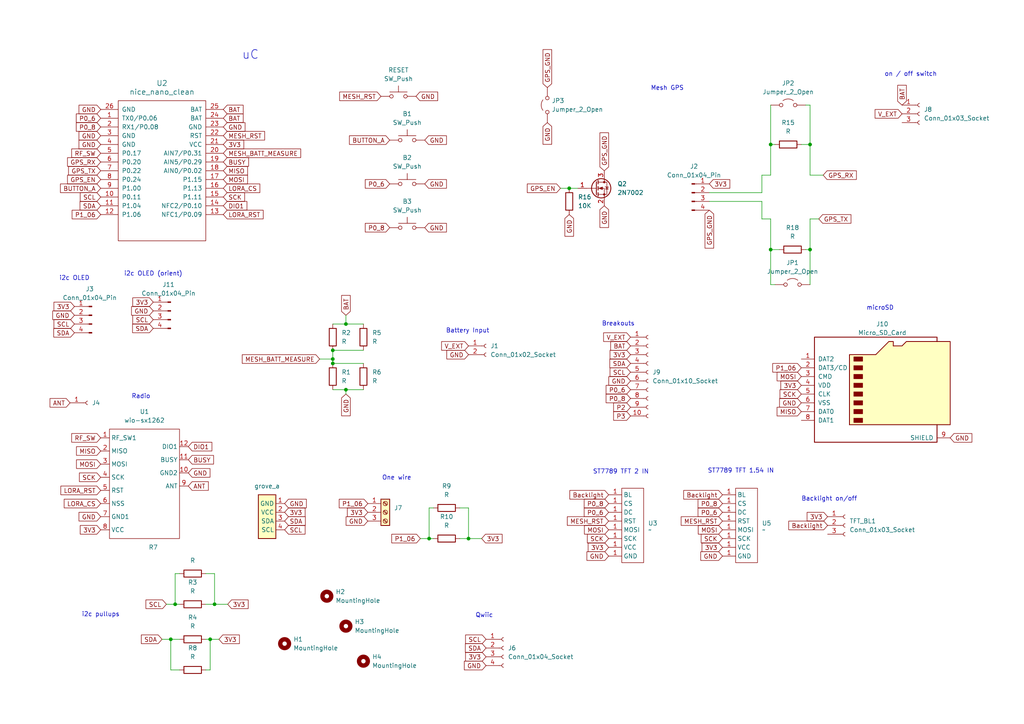
<source format=kicad_sch>
(kicad_sch (version 20231120) (generator "eeschema") (generator_version "8.0")
  (paper "A4")
  (lib_symbols
    (symbol "Connector:Conn_01x01_Socket" (pin_names (offset 1.016) hide)
      (property "Reference" "J" (at 0 2.54 0))
      (property "Value" "Conn_01x01_Socket" (at 0 -2.54 0))
      (symbol "Conn_01x01_Socket_1_1"
        (polyline (pts (xy -1.27 0) (xy -0.508 0)) (stroke (width 0.1524)))
        (arc (start 0 0.508) (mid -0.5058 0) (end 0 -0.508) (stroke (width 0.1524)))
        (pin passive line (at -5.08 0 0) (length 3.81) (name "Pin_1") (number "1"))
      )
    )
    (symbol "Connector:Conn_01x02_Socket" (pin_names (offset 1.016) hide)
      (property "Reference" "J" (at 0 2.54 0))
      (property "Value" "Conn_01x02_Socket" (at 0 -5.08 0))
      (symbol "Conn_01x02_Socket_1_1"
        (arc (start 0 -2.032) (mid -0.5058 -2.54) (end 0 -3.048) (stroke (width 0.1524)))
        (polyline (pts (xy -1.27 -2.54) (xy -0.508 -2.54)) (stroke (width 0.1524)))
        (polyline (pts (xy -1.27 0) (xy -0.508 0)) (stroke (width 0.1524)))
        (arc (start 0 0.508) (mid -0.5058 0) (end 0 -0.508) (stroke (width 0.1524)))
        (pin passive line (at -5.08 0 0) (length 3.81) (name "Pin_1") (number "1"))
        (pin passive line (at -5.08 -2.54 0) (length 3.81) (name "Pin_2") (number "2"))
      )
    )
    (symbol "Connector:Conn_01x03_Socket" (pin_names (offset 1.016) hide)
      (property "Reference" "J" (at 0 5.08 0))
      (property "Value" "Conn_01x03_Socket" (at 0 -5.08 0))
      (symbol "Conn_01x03_Socket_1_1"
        (arc (start 0 -2.032) (mid -0.5058 -2.54) (end 0 -3.048) (stroke (width 0.1524)))
        (polyline (pts (xy -1.27 -2.54) (xy -0.508 -2.54)) (stroke (width 0.1524)))
        (polyline (pts (xy -1.27 0) (xy -0.508 0)) (stroke (width 0.1524)))
        (polyline (pts (xy -1.27 2.54) (xy -0.508 2.54)) (stroke (width 0.1524)))
        (arc (start 0 0.508) (mid -0.5058 0) (end 0 -0.508) (stroke (width 0.1524)))
        (arc (start 0 3.048) (mid -0.5058 2.54) (end 0 2.032) (stroke (width 0.1524)))
        (pin passive line (at -5.08 2.54 0) (length 3.81) (name "Pin_1") (number "1"))
        (pin passive line (at -5.08 0 0) (length 3.81) (name "Pin_2") (number "2"))
        (pin passive line (at -5.08 -2.54 0) (length 3.81) (name "Pin_3") (number "3"))
      )
    )
    (symbol "Connector:Conn_01x04_Pin" (pin_names (offset 1.016) hide)
      (property "Reference" "J" (at 0 5.08 0))
      (property "Value" "Conn_01x04_Pin" (at 0 -7.62 0))
      (symbol "Conn_01x04_Pin_1_1"
        (polyline (pts (xy 1.27 -5.08) (xy 0.8636 -5.08)) (stroke (width 0.1524)))
        (polyline (pts (xy 1.27 -2.54) (xy 0.8636 -2.54)) (stroke (width 0.1524)))
        (polyline (pts (xy 1.27 0) (xy 0.8636 0)) (stroke (width 0.1524)))
        (polyline (pts (xy 1.27 2.54) (xy 0.8636 2.54)) (stroke (width 0.1524)))
        (rectangle (start 0.8636 -4.953) (end 0 -5.207) (stroke (width 0.1524)) (fill (type outline)))
        (rectangle (start 0.8636 -2.413) (end 0 -2.667) (stroke (width 0.1524)) (fill (type outline)))
        (rectangle (start 0.8636 0.127) (end 0 -0.127) (stroke (width 0.1524)) (fill (type outline)))
        (rectangle (start 0.8636 2.667) (end 0 2.413) (stroke (width 0.1524)) (fill (type outline)))
        (pin passive line (at 5.08 2.54 180) (length 3.81) (name "Pin_1") (number "1"))
        (pin passive line (at 5.08 0 180) (length 3.81) (name "Pin_2") (number "2"))
        (pin passive line (at 5.08 -2.54 180) (length 3.81) (name "Pin_3") (number "3"))
        (pin passive line (at 5.08 -5.08 180) (length 3.81) (name "Pin_4") (number "4"))
      )
    )
    (symbol "Connector:Conn_01x04_Socket" (pin_names (offset 1.016) hide)
      (property "Reference" "J" (at 0 5.08 0))
      (property "Value" "Conn_01x04_Socket" (at 0 -7.62 0))
      (symbol "Conn_01x04_Socket_1_1"
        (arc (start 0 -4.572) (mid -0.5058 -5.08) (end 0 -5.588) (stroke (width 0.1524)))
        (arc (start 0 -2.032) (mid -0.5058 -2.54) (end 0 -3.048) (stroke (width 0.1524)))
        (polyline (pts (xy -1.27 -5.08) (xy -0.508 -5.08)) (stroke (width 0.1524)))
        (polyline (pts (xy -1.27 -2.54) (xy -0.508 -2.54)) (stroke (width 0.1524)))
        (polyline (pts (xy -1.27 0) (xy -0.508 0)) (stroke (width 0.1524)))
        (polyline (pts (xy -1.27 2.54) (xy -0.508 2.54)) (stroke (width 0.1524)))
        (arc (start 0 0.508) (mid -0.5058 0) (end 0 -0.508) (stroke (width 0.1524)))
        (arc (start 0 3.048) (mid -0.5058 2.54) (end 0 2.032) (stroke (width 0.1524)))
        (pin passive line (at -5.08 2.54 0) (length 3.81) (name "Pin_1") (number "1"))
        (pin passive line (at -5.08 0 0) (length 3.81) (name "Pin_2") (number "2"))
        (pin passive line (at -5.08 -2.54 0) (length 3.81) (name "Pin_3") (number "3"))
        (pin passive line (at -5.08 -5.08 0) (length 3.81) (name "Pin_4") (number "4"))
      )
    )
    (symbol "Connector:Conn_01x10_Socket" (pin_names (offset 1.016) hide)
      (property "Reference" "J" (at 0 12.7 0))
      (property "Value" "Conn_01x10_Socket" (at 0 -15.24 0))
      (symbol "Conn_01x10_Socket_1_1"
        (arc (start 0 -12.192) (mid -0.5058 -12.7) (end 0 -13.208) (stroke (width 0.1524)))
        (arc (start 0 -9.652) (mid -0.5058 -10.16) (end 0 -10.668) (stroke (width 0.1524)))
        (arc (start 0 -7.112) (mid -0.5058 -7.62) (end 0 -8.128) (stroke (width 0.1524)))
        (arc (start 0 -4.572) (mid -0.5058 -5.08) (end 0 -5.588) (stroke (width 0.1524)))
        (arc (start 0 -2.032) (mid -0.5058 -2.54) (end 0 -3.048) (stroke (width 0.1524)))
        (polyline (pts (xy -1.27 -12.7) (xy -0.508 -12.7)) (stroke (width 0.1524)))
        (polyline (pts (xy -1.27 -10.16) (xy -0.508 -10.16)) (stroke (width 0.1524)))
        (polyline (pts (xy -1.27 -7.62) (xy -0.508 -7.62)) (stroke (width 0.1524)))
        (polyline (pts (xy -1.27 -5.08) (xy -0.508 -5.08)) (stroke (width 0.1524)))
        (polyline (pts (xy -1.27 -2.54) (xy -0.508 -2.54)) (stroke (width 0.1524)))
        (polyline (pts (xy -1.27 0) (xy -0.508 0)) (stroke (width 0.1524)))
        (polyline (pts (xy -1.27 2.54) (xy -0.508 2.54)) (stroke (width 0.1524)))
        (polyline (pts (xy -1.27 5.08) (xy -0.508 5.08)) (stroke (width 0.1524)))
        (polyline (pts (xy -1.27 7.62) (xy -0.508 7.62)) (stroke (width 0.1524)))
        (polyline (pts (xy -1.27 10.16) (xy -0.508 10.16)) (stroke (width 0.1524)))
        (arc (start 0 0.508) (mid -0.5058 0) (end 0 -0.508) (stroke (width 0.1524)))
        (arc (start 0 3.048) (mid -0.5058 2.54) (end 0 2.032) (stroke (width 0.1524)))
        (arc (start 0 5.588) (mid -0.5058 5.08) (end 0 4.572) (stroke (width 0.1524)))
        (arc (start 0 8.128) (mid -0.5058 7.62) (end 0 7.112) (stroke (width 0.1524)))
        (arc (start 0 10.668) (mid -0.5058 10.16) (end 0 9.652) (stroke (width 0.1524)))
        (pin passive line (at -5.08 10.16 0) (length 3.81) (name "Pin_1") (number "1"))
        (pin passive line (at -5.08 -12.7 0) (length 3.81) (name "Pin_10") (number "10"))
        (pin passive line (at -5.08 7.62 0) (length 3.81) (name "Pin_2") (number "2"))
        (pin passive line (at -5.08 5.08 0) (length 3.81) (name "Pin_3") (number "3"))
        (pin passive line (at -5.08 2.54 0) (length 3.81) (name "Pin_4") (number "4"))
        (pin passive line (at -5.08 0 0) (length 3.81) (name "Pin_5") (number "5"))
        (pin passive line (at -5.08 -2.54 0) (length 3.81) (name "Pin_6") (number "6"))
        (pin passive line (at -5.08 -5.08 0) (length 3.81) (name "Pin_7") (number "7"))
        (pin passive line (at -5.08 -7.62 0) (length 3.81) (name "Pin_8") (number "8"))
        (pin passive line (at -5.08 -10.16 0) (length 3.81) (name "Pin_9") (number "9"))
      )
    )
    (symbol "Connector:Micro_SD_Card" (pin_names (offset 1.016))
      (property "Reference" "J" (at -16.51 15.24 0))
      (property "Value" "Micro_SD_Card" (at 16.51 15.24 0))
      (symbol "Micro_SD_Card_0_1"
        (rectangle (start -7.62 -9.525) (end -5.08 -10.795) (fill (type outline)))
        (rectangle (start -7.62 -6.985) (end -5.08 -8.255) (fill (type outline)))
        (rectangle (start -7.62 -4.445) (end -5.08 -5.715) (fill (type outline)))
        (rectangle (start -7.62 -1.905) (end -5.08 -3.175) (fill (type outline)))
        (rectangle (start -7.62 0.635) (end -5.08 -0.635) (fill (type outline)))
        (rectangle (start -7.62 3.175) (end -5.08 1.905) (fill (type outline)))
        (rectangle (start -7.62 5.715) (end -5.08 4.445) (fill (type outline)))
        (rectangle (start -7.62 8.255) (end -5.08 6.985) (fill (type outline)))
        (polyline (pts (xy 16.51 12.7) (xy 16.51 13.97) (xy -19.05 13.97) (xy -19.05 -16.51) (xy 16.51 -16.51) (xy 16.51 -11.43)) (stroke (width 0.254)))
        (polyline (pts (xy -8.89 -11.43) (xy -8.89 8.89) (xy -1.27 8.89) (xy 2.54 12.7) (xy 3.81 12.7) (xy 3.81 11.43) (xy 6.35 11.43) (xy 7.62 12.7) (xy 20.32 12.7) (xy 20.32 -11.43) (xy -8.89 -11.43)) (stroke (width 0.254)) (fill (type background)))
      )
      (symbol "Micro_SD_Card_1_1"
        (pin bidirectional line (at -22.86 7.62 0) (length 3.81) (name "DAT2") (number "1"))
        (pin bidirectional line (at -22.86 5.08 0) (length 3.81) (name "DAT3/CD") (number "2"))
        (pin input line (at -22.86 2.54 0) (length 3.81) (name "CMD") (number "3"))
        (pin power_in line (at -22.86 0 0) (length 3.81) (name "VDD") (number "4"))
        (pin input line (at -22.86 -2.54 0) (length 3.81) (name "CLK") (number "5"))
        (pin power_in line (at -22.86 -5.08 0) (length 3.81) (name "VSS") (number "6"))
        (pin bidirectional line (at -22.86 -7.62 0) (length 3.81) (name "DAT0") (number "7"))
        (pin bidirectional line (at -22.86 -10.16 0) (length 3.81) (name "DAT1") (number "8"))
        (pin passive line (at 20.32 -15.24 180) (length 3.81) (name "SHIELD") (number "9"))
      )
    )
    (symbol "Connector:Screw_Terminal_01x03" (pin_names (offset 1.016) hide)
      (property "Reference" "J" (at 0 5.08 0))
      (property "Value" "Screw_Terminal_01x03" (at 0 -5.08 0))
      (symbol "Screw_Terminal_01x03_1_1"
        (rectangle (start -1.27 3.81) (end 1.27 -3.81) (stroke (width 0.254)) (fill (type background)))
        (circle (center 0 -2.54) (radius 0.635) (stroke (width 0.1524)))
        (polyline (pts (xy -0.5334 -2.2098) (xy 0.3302 -3.048)) (stroke (width 0.1524)))
        (polyline (pts (xy -0.5334 0.3302) (xy 0.3302 -0.508)) (stroke (width 0.1524)))
        (polyline (pts (xy -0.5334 2.8702) (xy 0.3302 2.032)) (stroke (width 0.1524)))
        (polyline (pts (xy -0.3556 -2.032) (xy 0.508 -2.8702)) (stroke (width 0.1524)))
        (polyline (pts (xy -0.3556 0.508) (xy 0.508 -0.3302)) (stroke (width 0.1524)))
        (polyline (pts (xy -0.3556 3.048) (xy 0.508 2.2098)) (stroke (width 0.1524)))
        (circle (center 0 0) (radius 0.635) (stroke (width 0.1524)))
        (circle (center 0 2.54) (radius 0.635) (stroke (width 0.1524)))
        (pin passive line (at -5.08 2.54 0) (length 3.81) (name "Pin_1") (number "1"))
        (pin passive line (at -5.08 0 0) (length 3.81) (name "Pin_2") (number "2"))
        (pin passive line (at -5.08 -2.54 0) (length 3.81) (name "Pin_3") (number "3"))
      )
    )
    (symbol "Device:R" (pin_numbers hide) (pin_names (offset 0))
      (property "Reference" "R" (at 2.032 0 90))
      (property "Value" "R" (at 0 0 90))
      (symbol "R_0_1"
        (rectangle (start -1.016 -2.54) (end 1.016 2.54) (stroke (width 0.254)))
      )
      (symbol "R_1_1"
        (pin passive line (at 0 3.81 270) (length 1.27) (name "~") (number "1"))
        (pin passive line (at 0 -3.81 90) (length 1.27) (name "~") (number "2"))
      )
    )
    (symbol "Jumper:Jumper_2_Open" (pin_numbers hide) (pin_names (offset 0) hide) (exclude_from_sim yes)
      (property "Reference" "JP" (at 0 2.794 0))
      (property "Value" "Jumper_2_Open" (at 0 -2.286 0))
      (symbol "Jumper_2_Open_0_0"
        (circle (center -2.032 0) (radius 0.508))
        (circle (center 2.032 0) (radius 0.508))
      )
      (symbol "Jumper_2_Open_0_1"
        (arc (start 1.524 1.27) (mid 0 1.778) (end -1.524 1.27))
      )
      (symbol "Jumper_2_Open_1_1"
        (pin passive line (at -5.08 0 0) (length 2.54) (name "A") (number "1"))
        (pin passive line (at 5.08 0 180) (length 2.54) (name "B") (number "2"))
      )
    )
    (symbol "Mechanical:MountingHole" (pin_names (offset 1.016)) (exclude_from_sim yes) (in_bom no)
      (property "Reference" "H" (at 0 5.08 0))
      (property "Value" "MountingHole" (at 0 3.175 0))
      (symbol "MountingHole_0_1"
        (circle (center 0 0) (radius 1.27) (stroke (width 1.27)))
      )
    )
    (symbol "Switch:SW_Push" (pin_numbers hide) (pin_names (offset 1.016) hide)
      (property "Reference" "SW" (at 1.27 2.54 0))
      (property "Value" "SW_Push" (at 0 -1.524 0))
      (symbol "SW_Push_0_1"
        (circle (center -2.032 0) (radius 0.508))
        (polyline (pts (xy 0 1.27) (xy 0 3.048)))
        (polyline (pts (xy 2.54 1.27) (xy -2.54 1.27)))
        (circle (center 2.032 0) (radius 0.508))
        (pin passive line (at -5.08 0 0) (length 2.54) (name "1") (number "1"))
        (pin passive line (at 5.08 0 180) (length 2.54) (name "2") (number "2"))
      )
    )
    (symbol "Transistor_FET:2N7002" (pin_names hide)
      (property "Reference" "Q" (at 5.08 1.905 0))
      (property "Value" "2N7002" (at 5.08 0 0))
      (symbol "2N7002_0_1"
        (polyline (pts (xy 0.254 0) (xy -2.54 0)))
        (polyline (pts (xy 0.254 1.905) (xy 0.254 -1.905)) (stroke (width 0.254)))
        (polyline (pts (xy 0.762 -1.27) (xy 0.762 -2.286)) (stroke (width 0.254)))
        (polyline (pts (xy 0.762 0.508) (xy 0.762 -0.508)) (stroke (width 0.254)))
        (polyline (pts (xy 0.762 2.286) (xy 0.762 1.27)) (stroke (width 0.254)))
        (polyline (pts (xy 2.54 2.54) (xy 2.54 1.778)))
        (polyline (pts (xy 2.54 -2.54) (xy 2.54 0) (xy 0.762 0)))
        (polyline (pts (xy 0.762 -1.778) (xy 3.302 -1.778) (xy 3.302 1.778) (xy 0.762 1.778)))
        (polyline (pts (xy 1.016 0) (xy 2.032 0.381) (xy 2.032 -0.381) (xy 1.016 0)) (fill (type outline)))
        (polyline (pts (xy 2.794 0.508) (xy 2.921 0.381) (xy 3.683 0.381) (xy 3.81 0.254)))
        (polyline (pts (xy 3.302 0.381) (xy 2.921 -0.254) (xy 3.683 -0.254) (xy 3.302 0.381)))
        (circle (center 1.651 0) (radius 2.794) (stroke (width 0.254)))
        (circle (center 2.54 -1.778) (radius 0.254) (fill (type outline)))
        (circle (center 2.54 1.778) (radius 0.254) (fill (type outline)))
      )
      (symbol "2N7002_1_1"
        (pin input line (at -5.08 0 0) (length 2.54) (name "G") (number "1"))
        (pin passive line (at 2.54 -5.08 90) (length 2.54) (name "S") (number "2"))
        (pin passive line (at 2.54 5.08 270) (length 2.54) (name "D") (number "3"))
      )
    )
    (symbol "lucc:grove_a"
      (property "Reference" "U" (at -10.16 10.16 0))
      (property "Value" "grove_a" (at -4.064 11.43 0))
      (symbol "grove_a_0_1"
        (rectangle (start -2.54 7.62) (end 2.54 -5.08) (stroke (width 0.254)) (fill (type background)))
      )
      (symbol "grove_a_1_1"
        (pin bidirectional line (at 5.08 5.08 180) (length 2.54) (name "GND") (number "1"))
        (pin output line (at 5.08 2.54 180) (length 2.54) (name "VCC") (number "2"))
        (pin input line (at 5.08 0 180) (length 2.54) (name "SDA") (number "3"))
        (pin bidirectional line (at 5.08 -2.54 180) (length 2.54) (name "SCL") (number "4"))
      )
    )
    (symbol "lucc:st7789"
      (property "Reference" "U" (at 0 8.636 0))
      (symbol "st7789_0_1"
        (rectangle (start -3.81 5.715) (end 2.54 -15.875))
      )
      (symbol "st7789_1_1"
        (pin input line (at -7.62 3.81 0) (length 3.81) (name "BL") (number "1"))
        (pin input line (at -7.62 1.27 0) (length 3.81) (name "CS") (number "1"))
        (pin input line (at -7.62 -1.27 0) (length 3.81) (name "DC") (number "1"))
        (pin input line (at -7.62 -13.97 0) (length 3.81) (name "GND") (number "1"))
        (pin input line (at -7.62 -6.35 0) (length 3.81) (name "MOSI") (number "1"))
        (pin input line (at -7.62 -3.81 0) (length 3.81) (name "RST") (number "1"))
        (pin input line (at -7.62 -8.89 0) (length 3.81) (name "SCK") (number "1"))
        (pin input line (at -7.62 -11.43 0) (length 3.81) (name "VCC") (number "1"))
      )
    )
    (symbol "nice_nano:nice_nano_clean" (pin_names (offset 1.016))
      (property "Reference" "U" (at 0 0 0))
      (property "Value" "nice_nano_clean" (at 0 2.54 0))
      (symbol "nice_nano_clean_0_1"
        (rectangle (start -12.7 -21.59) (end 12.7 19.05))
      )
      (symbol "nice_nano_clean_1_1"
        (pin input line (at -17.78 13.97 0) (length 5.08) (name "TX0/P0.06") (number "1"))
        (pin input line (at -17.78 -8.89 0) (length 5.08) (name "P0.11") (number "10"))
        (pin input line (at -17.78 -11.43 0) (length 5.08) (name "P1.04") (number "11"))
        (pin input line (at -17.78 -13.97 0) (length 5.08) (name "P1.06") (number "12"))
        (pin input line (at 17.78 -13.97 180) (length 5.08) (name "NFC1/P0.09") (number "13"))
        (pin input line (at 17.78 -11.43 180) (length 5.08) (name "NFC2/P0.10") (number "14"))
        (pin input line (at 17.78 -8.89 180) (length 5.08) (name "P1.11") (number "15"))
        (pin input line (at 17.78 -6.35 180) (length 5.08) (name "P1.13") (number "16"))
        (pin input line (at 17.78 -3.81 180) (length 5.08) (name "P1.15") (number "17"))
        (pin input line (at 17.78 -1.27 180) (length 5.08) (name "AIN0/P0.02") (number "18"))
        (pin input line (at 17.78 1.27 180) (length 5.08) (name "AIN5/P0.29") (number "19"))
        (pin input line (at -17.78 11.43 0) (length 5.08) (name "RX1/P0.08") (number "2"))
        (pin input line (at 17.78 3.81 180) (length 5.08) (name "AIN7/P0.31") (number "20"))
        (pin input line (at 17.78 6.35 180) (length 5.08) (name "VCC") (number "21"))
        (pin input line (at 17.78 8.89 180) (length 5.08) (name "RST") (number "22"))
        (pin input line (at 17.78 11.43 180) (length 5.08) (name "GND") (number "23"))
        (pin input line (at 17.78 13.97 180) (length 5.08) (name "BAT") (number "24"))
        (pin input line (at 17.78 16.51 180) (length 5.08) (name "BAT") (number "25"))
        (pin input line (at -17.78 16.51 0) (length 5.08) (name "GND") (number "26"))
        (pin input line (at -17.78 8.89 0) (length 5.08) (name "GND") (number "3"))
        (pin input line (at -17.78 6.35 0) (length 5.08) (name "GND") (number "4"))
        (pin input line (at -17.78 3.81 0) (length 5.08) (name "P0.17") (number "5"))
        (pin input line (at -17.78 1.27 0) (length 5.08) (name "P0.20") (number "6"))
        (pin input line (at -17.78 -1.27 0) (length 5.08) (name "P0.22") (number "7"))
        (pin input line (at -17.78 -3.81 0) (length 5.08) (name "P0.24") (number "8"))
        (pin input line (at -17.78 -6.35 0) (length 5.08) (name "P1.00") (number "9"))
      )
    )
    (symbol "sweet-p:wio-sx1262"
      (property "Reference" "U" (at -1.27 13.97 0))
      (property "Value" "wio-sx1262" (at -1.27 11.43 0))
      (symbol "wio-sx1262_0_1"
        (rectangle (start -6.35 8.89) (end 13.97 -22.86))
      )
      (symbol "wio-sx1262_1_1"
        (pin input line (at -8.89 6.35 0) (length 2.54) (name "RF_SW1") (number "1"))
        (pin input line (at 16.51 -3.81 180) (length 2.54) (name "GND2") (number "10"))
        (pin input line (at 16.51 0 180) (length 2.54) (name "BUSY") (number "11"))
        (pin input line (at 16.51 3.81 180) (length 2.54) (name "DIO1") (number "12"))
        (pin input line (at -8.89 2.54 0) (length 2.54) (name "MISO") (number "2"))
        (pin input line (at -8.89 -1.27 0) (length 2.54) (name "MOSI") (number "3"))
        (pin input line (at -8.89 -5.08 0) (length 2.54) (name "SCK") (number "4"))
        (pin input line (at -8.89 -8.89 0) (length 2.54) (name "RST") (number "5"))
        (pin input line (at -8.89 -12.7 0) (length 2.54) (name "NSS") (number "6"))
        (pin input line (at -8.89 -16.51 0) (length 2.54) (name "GND1") (number "7"))
        (pin input line (at -8.89 -20.32 0) (length 2.54) (name "VCC") (number "8"))
        (pin input line (at 16.51 -7.62 180) (length 2.54) (name "ANT") (number "9"))
      )
    )
  )
  (junction (at 49.53 185.42))
  (junction (at 60.96 185.42))
  (junction (at 124.46 156.21))
  (junction (at 50.8 175.26))
  (junction (at 100.33 93.98))
  (junction (at 62.23 175.26))
  (junction (at 223.52 72.39))
  (junction (at 165.1 54.61))
  (junction (at 135.89 156.21))
  (junction (at 96.52 105.41))
  (junction (at 234.95 41.91))
  (junction (at 223.52 41.91))
  (junction (at 234.95 72.39))
  (junction (at 100.33 113.03))
  (junction (at 96.52 101.6))
  (junction (at 96.52 104.14))
  (wire (pts (xy 59.69 175.26) (xy 62.23 175.26)))
  (wire (pts (xy 224.79 41.91) (xy 223.52 41.91)))
  (wire (pts (xy 121.92 156.21) (xy 124.46 156.21)))
  (wire (pts (xy 100.33 91.44) (xy 100.33 93.98)))
  (wire (pts (xy 46.99 185.42) (xy 49.53 185.42)))
  (wire (pts (xy 165.1 54.61) (xy 167.64 54.61)))
  (wire (pts (xy 96.52 105.41) (xy 105.41 105.41)))
  (wire (pts (xy 220.98 63.5) (xy 223.52 63.5)))
  (wire (pts (xy 96.52 104.14) (xy 96.52 105.41)))
  (wire (pts (xy 49.53 194.31) (xy 52.07 194.31)))
  (wire (pts (xy 234.95 63.5) (xy 237.49 63.5)))
  (wire (pts (xy 220.98 50.8) (xy 223.52 50.8)))
  (wire (pts (xy 234.95 72.39) (xy 234.95 82.55)))
  (wire (pts (xy 220.98 58.42) (xy 220.98 63.5)))
  (wire (pts (xy 223.52 72.39) (xy 226.06 72.39)))
  (wire (pts (xy 59.69 194.31) (xy 60.96 194.31)))
  (wire (pts (xy 223.52 72.39) (xy 223.52 82.55)))
  (wire (pts (xy 223.52 30.48) (xy 223.52 41.91)))
  (wire (pts (xy 49.53 185.42) (xy 49.53 194.31)))
  (wire (pts (xy 223.52 41.91) (xy 223.52 50.8)))
  (wire (pts (xy 92.71 104.14) (xy 96.52 104.14)))
  (wire (pts (xy 50.8 175.26) (xy 52.07 175.26)))
  (wire (pts (xy 48.26 175.26) (xy 50.8 175.26)))
  (wire (pts (xy 59.69 166.37) (xy 62.23 166.37)))
  (wire (pts (xy 232.41 41.91) (xy 234.95 41.91)))
  (wire (pts (xy 223.52 63.5) (xy 223.52 72.39)))
  (wire (pts (xy 62.23 175.26) (xy 66.04 175.26)))
  (wire (pts (xy 162.56 54.61) (xy 165.1 54.61)))
  (wire (pts (xy 124.46 147.32) (xy 124.46 156.21)))
  (wire (pts (xy 62.23 166.37) (xy 62.23 175.26)))
  (wire (pts (xy 124.46 156.21) (xy 125.73 156.21)))
  (wire (pts (xy 234.95 50.8) (xy 238.76 50.8)))
  (wire (pts (xy 60.96 194.31) (xy 60.96 185.42)))
  (wire (pts (xy 60.96 185.42) (xy 63.5 185.42)))
  (wire (pts (xy 234.95 72.39) (xy 234.95 63.5)))
  (wire (pts (xy 234.95 41.91) (xy 234.95 50.8)))
  (wire (pts (xy 50.8 166.37) (xy 50.8 175.26)))
  (wire (pts (xy 133.35 156.21) (xy 135.89 156.21)))
  (wire (pts (xy 59.69 185.42) (xy 60.96 185.42)))
  (wire (pts (xy 234.95 41.91) (xy 234.95 30.48)))
  (wire (pts (xy 234.95 30.48) (xy 233.68 30.48)))
  (wire (pts (xy 96.52 93.98) (xy 100.33 93.98)))
  (wire (pts (xy 205.74 55.88) (xy 220.98 55.88)))
  (wire (pts (xy 100.33 93.98) (xy 105.41 93.98)))
  (wire (pts (xy 100.33 113.03) (xy 105.41 113.03)))
  (wire (pts (xy 133.35 147.32) (xy 135.89 147.32)))
  (wire (pts (xy 100.33 113.03) (xy 100.33 114.3)))
  (wire (pts (xy 220.98 55.88) (xy 220.98 50.8)))
  (wire (pts (xy 125.73 147.32) (xy 124.46 147.32)))
  (wire (pts (xy 96.52 101.6) (xy 96.52 104.14)))
  (wire (pts (xy 52.07 166.37) (xy 50.8 166.37)))
  (wire (pts (xy 49.53 185.42) (xy 52.07 185.42)))
  (wire (pts (xy 233.68 72.39) (xy 234.95 72.39)))
  (wire (pts (xy 96.52 101.6) (xy 105.41 101.6)))
  (wire (pts (xy 96.52 113.03) (xy 100.33 113.03)))
  (wire (pts (xy 223.52 82.55) (xy 224.79 82.55)))
  (wire (pts (xy 135.89 156.21) (xy 139.7 156.21)))
  (wire (pts (xy 135.89 147.32) (xy 135.89 156.21)))
  (wire (pts (xy 205.74 58.42) (xy 220.98 58.42)))
  (text "microSD" (at 255.27 89.408 0) (effects (font (size 1.27 1.27))))
  (text "Mesh GPS" (at 193.548 25.654 0) (effects (font (size 1.27 1.27))))
  (text "ST7789 TFT 1.54 IN" (at 214.884 136.652 0) (effects (font (size 1.27 1.27))))
  (text "Backlight on/off" (at 240.538 144.78 0) (effects (font (size 1.27 1.27))))
  (text "uC" (at 72.644 16.002 0) (effects (font (size 2.54 2.54))))
  (text "ST7789 TFT 2 IN" (at 180.086 136.906 0) (effects (font (size 1.27 1.27))))
  (text "on / off switch" (at 264.16 21.59 0) (effects (font (size 1.27 1.27))))
  (text "One wire" (at 115.062 138.684 0) (effects (font (size 1.27 1.27))))
  (text "Breakouts" (at 179.324 93.98 0) (effects (font (size 1.27 1.27))))
  (text "i2c pullups" (at 29.21 178.308 0) (effects (font (size 1.27 1.27))))
  (text "i2c OLED" (at 21.59 80.772 0) (effects (font (size 1.27 1.27))))
  (text "Radio" (at 40.894 115.062 0) (effects (font (size 1.27 1.27))))
  (text "i2c OLED (orient)" (at 44.45 79.502 0) (effects (font (size 1.27 1.27))))
  (text "Battery Input" (at 135.636 96.012 0) (effects (font (size 1.27 1.27))))
  (text "Qwiic" (at 140.462 178.562 0) (effects (font (size 1.27 1.27))))
  (global_label "GND" (shape input) (at 123.19 40.64 0) (property "Intersheetrefs" "${INTERSHEET_REFS}" (effects (hide yes))))
  (global_label "GPS_RX" (shape input) (at 29.21 46.99 180) (property "Intersheetrefs" "${INTERSHEET_REFS}" (effects (hide yes))))
  (global_label "GND" (shape input) (at 82.55 146.05 0) (property "Intersheetrefs" "${INTERSHEET_REFS}" (effects (hide yes))))
  (global_label "SDA" (shape input) (at 21.59 96.52 180) (property "Intersheetrefs" "${INTERSHEET_REFS}" (effects (hide yes))))
  (global_label "GND" (shape input) (at 135.89 102.87 180) (property "Intersheetrefs" "${INTERSHEET_REFS}" (effects (hide yes))))
  (global_label "P1_06" (shape input) (at 29.21 62.23 180) (property "Intersheetrefs" "${INTERSHEET_REFS}" (effects (hide yes))))
  (global_label "GND" (shape input) (at 29.21 39.37 180) (property "Intersheetrefs" "${INTERSHEET_REFS}" (effects (hide yes))))
  (global_label "GND" (shape input) (at 165.1 62.23 270) (property "Intersheetrefs" "${INTERSHEET_REFS}" (effects (hide yes))))
  (global_label "MESH_RST" (shape input) (at 110.49 27.94 180) (property "Intersheetrefs" "${INTERSHEET_REFS}" (effects (hide yes))))
  (global_label "BAT" (shape input) (at 261.62 30.48 90) (property "Intersheetrefs" "${INTERSHEET_REFS}" (effects (hide yes))))
  (global_label "P0_8" (shape input) (at 182.88 115.57 180) (property "Intersheetrefs" "${INTERSHEET_REFS}" (effects (hide yes))))
  (global_label "3V3" (shape input) (at 209.55 158.75 180) (property "Intersheetrefs" "${INTERSHEET_REFS}" (effects (hide yes))))
  (global_label "GND" (shape input) (at 120.65 27.94 0) (property "Intersheetrefs" "${INTERSHEET_REFS}" (effects (hide yes))))
  (global_label "ANT" (shape input) (at 20.32 116.84 180) (property "Intersheetrefs" "${INTERSHEET_REFS}" (effects (hide yes))))
  (global_label "GPS_GND" (shape input) (at 175.26 49.53 90) (property "Intersheetrefs" "${INTERSHEET_REFS}" (effects (hide yes))))
  (global_label "P0_6" (shape input) (at 182.88 113.03 180) (property "Intersheetrefs" "${INTERSHEET_REFS}" (effects (hide yes))))
  (global_label "GND" (shape input) (at 182.88 110.49 180) (property "Intersheetrefs" "${INTERSHEET_REFS}" (effects (hide yes))))
  (global_label "SDA" (shape input) (at 44.45 95.25 180) (property "Intersheetrefs" "${INTERSHEET_REFS}" (effects (hide yes))))
  (global_label "MESH_RST" (shape input) (at 209.55 151.13 180) (property "Intersheetrefs" "${INTERSHEET_REFS}" (effects (hide yes))))
  (global_label "BUSY" (shape input) (at 64.77 46.99 0) (property "Intersheetrefs" "${INTERSHEET_REFS}" (effects (hide yes))))
  (global_label "GPS_RX" (shape input) (at 238.76 50.8 0) (property "Intersheetrefs" "${INTERSHEET_REFS}" (effects (hide yes))))
  (global_label "GPS_TX" (shape input) (at 237.49 63.5 0) (property "Intersheetrefs" "${INTERSHEET_REFS}" (effects (hide yes))))
  (global_label "P0_6" (shape input) (at 176.53 148.59 180) (property "Intersheetrefs" "${INTERSHEET_REFS}" (effects (hide yes))))
  (global_label "RF_SW" (shape input) (at 29.21 127 180) (property "Intersheetrefs" "${INTERSHEET_REFS}" (effects (hide yes))))
  (global_label "GND" (shape input) (at 106.68 151.13 180) (property "Intersheetrefs" "${INTERSHEET_REFS}" (effects (hide yes))))
  (global_label "P1_06" (shape input) (at 121.92 156.21 180) (property "Intersheetrefs" "${INTERSHEET_REFS}" (effects (hide yes))))
  (global_label "GND" (shape input) (at 232.41 116.84 180) (property "Intersheetrefs" "${INTERSHEET_REFS}" (effects (hide yes))))
  (global_label "BUSY" (shape input) (at 54.61 133.35 0) (property "Intersheetrefs" "${INTERSHEET_REFS}" (effects (hide yes))))
  (global_label "SCK" (shape input) (at 176.53 156.21 180) (property "Intersheetrefs" "${INTERSHEET_REFS}" (effects (hide yes))))
  (global_label "SCL" (shape input) (at 21.59 93.98 180) (property "Intersheetrefs" "${INTERSHEET_REFS}" (effects (hide yes))))
  (global_label "GND" (shape input) (at 29.21 41.91 180) (property "Intersheetrefs" "${INTERSHEET_REFS}" (effects (hide yes))))
  (global_label "MISO" (shape input) (at 232.41 119.38 180) (property "Intersheetrefs" "${INTERSHEET_REFS}" (effects (hide yes))))
  (global_label "3V3" (shape input) (at 205.74 53.34 0) (property "Intersheetrefs" "${INTERSHEET_REFS}" (effects (hide yes))))
  (global_label "RF_SW" (shape input) (at 29.21 44.45 180) (property "Intersheetrefs" "${INTERSHEET_REFS}" (effects (hide yes))))
  (global_label "ANT" (shape input) (at 54.61 140.97 0) (property "Intersheetrefs" "${INTERSHEET_REFS}" (effects (hide yes))))
  (global_label "GND" (shape input) (at 209.55 161.29 180) (property "Intersheetrefs" "${INTERSHEET_REFS}" (effects (hide yes))))
  (global_label "LORA_RST" (shape input) (at 29.21 142.24 180) (property "Intersheetrefs" "${INTERSHEET_REFS}" (effects (hide yes))))
  (global_label "GND" (shape input) (at 64.77 36.83 0) (property "Intersheetrefs" "${INTERSHEET_REFS}" (effects (hide yes))))
  (global_label "3V3" (shape input) (at 29.21 153.67 180) (property "Intersheetrefs" "${INTERSHEET_REFS}" (effects (hide yes))))
  (global_label "SDA" (shape input) (at 29.21 59.69 180) (property "Intersheetrefs" "${INTERSHEET_REFS}" (effects (hide yes))))
  (global_label "3V3" (shape input) (at 21.59 88.9 180) (property "Intersheetrefs" "${INTERSHEET_REFS}" (effects (hide yes))))
  (global_label "BAT" (shape input) (at 64.77 34.29 0) (property "Intersheetrefs" "${INTERSHEET_REFS}" (effects (hide yes))))
  (global_label "3V3" (shape input) (at 140.97 190.5 180) (property "Intersheetrefs" "${INTERSHEET_REFS}" (effects (hide yes))))
  (global_label "P0_8" (shape input) (at 113.03 66.04 180) (property "Intersheetrefs" "${INTERSHEET_REFS}" (effects (hide yes))))
  (global_label "3V3" (shape input) (at 176.53 158.75 180) (property "Intersheetrefs" "${INTERSHEET_REFS}" (effects (hide yes))))
  (global_label "3V3" (shape input) (at 240.03 149.86 180) (property "Intersheetrefs" "${INTERSHEET_REFS}" (effects (hide yes))))
  (global_label "SCL" (shape input) (at 82.55 153.67 0) (property "Intersheetrefs" "${INTERSHEET_REFS}" (effects (hide yes))))
  (global_label "SCL" (shape input) (at 140.97 185.42 180) (property "Intersheetrefs" "${INTERSHEET_REFS}" (effects (hide yes))))
  (global_label "GND" (shape input) (at 29.21 149.86 180) (property "Intersheetrefs" "${INTERSHEET_REFS}" (effects (hide yes))))
  (global_label "P0_8" (shape input) (at 29.21 36.83 180) (property "Intersheetrefs" "${INTERSHEET_REFS}" (effects (hide yes))))
  (global_label "MOSI" (shape input) (at 29.21 134.62 180) (property "Intersheetrefs" "${INTERSHEET_REFS}" (effects (hide yes))))
  (global_label "GND" (shape input) (at 44.45 90.17 180) (property "Intersheetrefs" "${INTERSHEET_REFS}" (effects (hide yes))))
  (global_label "MESH_RST" (shape input) (at 64.77 39.37 0) (property "Intersheetrefs" "${INTERSHEET_REFS}" (effects (hide yes))))
  (global_label "SCL" (shape input) (at 182.88 107.95 180) (property "Intersheetrefs" "${INTERSHEET_REFS}" (effects (hide yes))))
  (global_label "MOSI" (shape input) (at 64.77 52.07 0) (property "Intersheetrefs" "${INTERSHEET_REFS}" (effects (hide yes))))
  (global_label "SDA" (shape input) (at 182.88 105.41 180) (property "Intersheetrefs" "${INTERSHEET_REFS}" (effects (hide yes))))
  (global_label "LORA_CS" (shape input) (at 64.77 54.61 0) (property "Intersheetrefs" "${INTERSHEET_REFS}" (effects (hide yes))))
  (global_label "SDA" (shape input) (at 82.55 151.13 0) (property "Intersheetrefs" "${INTERSHEET_REFS}" (effects (hide yes))))
  (global_label "GND" (shape input) (at 275.59 127 0) (property "Intersheetrefs" "${INTERSHEET_REFS}" (effects (hide yes))))
  (global_label "GND" (shape input) (at 21.59 91.44 180) (property "Intersheetrefs" "${INTERSHEET_REFS}" (effects (hide yes))))
  (global_label "GND" (shape input) (at 123.19 66.04 0) (property "Intersheetrefs" "${INTERSHEET_REFS}" (effects (hide yes))))
  (global_label "V_EXT" (shape input) (at 261.62 33.02 180) (property "Intersheetrefs" "${INTERSHEET_REFS}" (effects (hide yes))))
  (global_label "P3" (shape input) (at 182.88 120.65 180) (property "Intersheetrefs" "${INTERSHEET_REFS}" (effects (hide yes))))
  (global_label "SCK" (shape input) (at 64.77 57.15 0) (property "Intersheetrefs" "${INTERSHEET_REFS}" (effects (hide yes))))
  (global_label "3V3" (shape input) (at 139.7 156.21 0) (property "Intersheetrefs" "${INTERSHEET_REFS}" (effects (hide yes))))
  (global_label "P1_06" (shape input) (at 232.41 106.68 180) (property "Intersheetrefs" "${INTERSHEET_REFS}" (effects (hide yes))))
  (global_label "GND" (shape input) (at 175.26 59.69 270) (property "Intersheetrefs" "${INTERSHEET_REFS}" (effects (hide yes))))
  (global_label "GND" (shape input) (at 140.97 193.04 180) (property "Intersheetrefs" "${INTERSHEET_REFS}" (effects (hide yes))))
  (global_label "GND" (shape input) (at 158.75 35.56 270) (property "Intersheetrefs" "${INTERSHEET_REFS}" (effects (hide yes))))
  (global_label "V_EXT" (shape input) (at 182.88 97.79 180) (property "Intersheetrefs" "${INTERSHEET_REFS}" (effects (hide yes))))
  (global_label "MESH_BATT_MEASURE" (shape input) (at 92.71 104.14 180) (property "Intersheetrefs" "${INTERSHEET_REFS}" (effects (hide yes))))
  (global_label "GPS_GND" (shape input) (at 205.74 60.96 270) (property "Intersheetrefs" "${INTERSHEET_REFS}" (effects (hide yes))))
  (global_label "SDA" (shape input) (at 140.97 187.96 180) (property "Intersheetrefs" "${INTERSHEET_REFS}" (effects (hide yes))))
  (global_label "BAT" (shape input) (at 64.77 31.75 0) (property "Intersheetrefs" "${INTERSHEET_REFS}" (effects (hide yes))))
  (global_label "LORA_CS" (shape input) (at 29.21 146.05 180) (property "Intersheetrefs" "${INTERSHEET_REFS}" (effects (hide yes))))
  (global_label "MOSI" (shape input) (at 209.55 153.67 180) (property "Intersheetrefs" "${INTERSHEET_REFS}" (effects (hide yes))))
  (global_label "GND" (shape input) (at 100.33 114.3 270) (property "Intersheetrefs" "${INTERSHEET_REFS}" (effects (hide yes))))
  (global_label "GND" (shape input) (at 54.61 137.16 0) (property "Intersheetrefs" "${INTERSHEET_REFS}" (effects (hide yes))))
  (global_label "3V3" (shape input) (at 63.5 185.42 0) (property "Intersheetrefs" "${INTERSHEET_REFS}" (effects (hide yes))))
  (global_label "MOSI" (shape input) (at 176.53 153.67 180) (property "Intersheetrefs" "${INTERSHEET_REFS}" (effects (hide yes))))
  (global_label "P2" (shape input) (at 182.88 118.11 180) (property "Intersheetrefs" "${INTERSHEET_REFS}" (effects (hide yes))))
  (global_label "DIO1" (shape input) (at 64.77 59.69 0) (property "Intersheetrefs" "${INTERSHEET_REFS}" (effects (hide yes))))
  (global_label "GND" (shape input) (at 123.19 53.34 0) (property "Intersheetrefs" "${INTERSHEET_REFS}" (effects (hide yes))))
  (global_label "GPS_TX" (shape input) (at 29.21 49.53 180) (property "Intersheetrefs" "${INTERSHEET_REFS}" (effects (hide yes))))
  (global_label "MESH_BATT_MEASURE" (shape input) (at 64.77 44.45 0) (property "Intersheetrefs" "${INTERSHEET_REFS}" (effects (hide yes))))
  (global_label "MISO" (shape input) (at 64.77 49.53 0) (property "Intersheetrefs" "${INTERSHEET_REFS}" (effects (hide yes))))
  (global_label "SCK" (shape input) (at 209.55 156.21 180) (property "Intersheetrefs" "${INTERSHEET_REFS}" (effects (hide yes))))
  (global_label "Backlight" (shape input) (at 240.03 152.4 180) (property "Intersheetrefs" "${INTERSHEET_REFS}" (effects (hide yes))))
  (global_label "3V3" (shape input) (at 64.77 41.91 0) (property "Intersheetrefs" "${INTERSHEET_REFS}" (effects (hide yes))))
  (global_label "MOSI" (shape input) (at 232.41 109.22 180) (property "Intersheetrefs" "${INTERSHEET_REFS}" (effects (hide yes))))
  (global_label "P0_8" (shape input) (at 176.53 146.05 180) (property "Intersheetrefs" "${INTERSHEET_REFS}" (effects (hide yes))))
  (global_label "SDA" (shape input) (at 46.99 185.42 180) (property "Intersheetrefs" "${INTERSHEET_REFS}" (effects (hide yes))))
  (global_label "SCK" (shape input) (at 29.21 138.43 180) (property "Intersheetrefs" "${INTERSHEET_REFS}" (effects (hide yes))))
  (global_label "P0_6" (shape input) (at 29.21 34.29 180) (property "Intersheetrefs" "${INTERSHEET_REFS}" (effects (hide yes))))
  (global_label "BUTTON_A" (shape input) (at 29.21 54.61 180) (property "Intersheetrefs" "${INTERSHEET_REFS}" (effects (hide yes))))
  (global_label "GPS_GND" (shape input) (at 158.75 25.4 90) (property "Intersheetrefs" "${INTERSHEET_REFS}" (effects (hide yes))))
  (global_label "SCL" (shape input) (at 48.26 175.26 180) (property "Intersheetrefs" "${INTERSHEET_REFS}" (effects (hide yes))))
  (global_label "3V3" (shape input) (at 182.88 102.87 180) (property "Intersheetrefs" "${INTERSHEET_REFS}" (effects (hide yes))))
  (global_label "3V3" (shape input) (at 44.45 87.63 180) (property "Intersheetrefs" "${INTERSHEET_REFS}" (effects (hide yes))))
  (global_label "P0_6" (shape input) (at 113.03 53.34 180) (property "Intersheetrefs" "${INTERSHEET_REFS}" (effects (hide yes))))
  (global_label "MISO" (shape input) (at 29.21 130.81 180) (property "Intersheetrefs" "${INTERSHEET_REFS}" (effects (hide yes))))
  (global_label "SCL" (shape input) (at 29.21 57.15 180) (property "Intersheetrefs" "${INTERSHEET_REFS}" (effects (hide yes))))
  (global_label "Backlight" (shape input) (at 176.53 143.51 180) (property "Intersheetrefs" "${INTERSHEET_REFS}" (effects (hide yes))))
  (global_label "GND" (shape input) (at 29.21 31.75 180) (property "Intersheetrefs" "${INTERSHEET_REFS}" (effects (hide yes))))
  (global_label "3V3" (shape input) (at 66.04 175.26 0) (property "Intersheetrefs" "${INTERSHEET_REFS}" (effects (hide yes))))
  (global_label "LORA_RST" (shape input) (at 64.77 62.23 0) (property "Intersheetrefs" "${INTERSHEET_REFS}" (effects (hide yes))))
  (global_label "V_EXT" (shape input) (at 135.89 100.33 180) (property "Intersheetrefs" "${INTERSHEET_REFS}" (effects (hide yes))))
  (global_label "P0_8" (shape input) (at 209.55 146.05 180) (property "Intersheetrefs" "${INTERSHEET_REFS}" (effects (hide yes))))
  (global_label "3V3" (shape input) (at 82.55 148.59 0) (property "Intersheetrefs" "${INTERSHEET_REFS}" (effects (hide yes))))
  (global_label "GPS_EN" (shape input) (at 29.21 52.07 180) (property "Intersheetrefs" "${INTERSHEET_REFS}" (effects (hide yes))))
  (global_label "P0_6" (shape input) (at 209.55 148.59 180) (property "Intersheetrefs" "${INTERSHEET_REFS}" (effects (hide yes))))
  (global_label "Backlight" (shape input) (at 209.55 143.51 180) (property "Intersheetrefs" "${INTERSHEET_REFS}" (effects (hide yes))))
  (global_label "GND" (shape input) (at 176.53 161.29 180) (property "Intersheetrefs" "${INTERSHEET_REFS}" (effects (hide yes))))
  (global_label "3V3" (shape input) (at 232.41 111.76 180) (property "Intersheetrefs" "${INTERSHEET_REFS}" (effects (hide yes))))
  (global_label "P1_06" (shape input) (at 106.68 146.05 180) (property "Intersheetrefs" "${INTERSHEET_REFS}" (effects (hide yes))))
  (global_label "SCK" (shape input) (at 232.41 114.3 180) (property "Intersheetrefs" "${INTERSHEET_REFS}" (effects (hide yes))))
  (global_label "GPS_EN" (shape input) (at 162.56 54.61 180) (property "Intersheetrefs" "${INTERSHEET_REFS}" (effects (hide yes))))
  (global_label "BAT" (shape input) (at 100.33 91.44 90) (property "Intersheetrefs" "${INTERSHEET_REFS}" (effects (hide yes))))
  (global_label "DIO1" (shape input) (at 54.61 129.54 0) (property "Intersheetrefs" "${INTERSHEET_REFS}" (effects (hide yes))))
  (global_label "MESH_RST" (shape input) (at 176.53 151.13 180) (property "Intersheetrefs" "${INTERSHEET_REFS}" (effects (hide yes))))
  (global_label "SCL" (shape input) (at 44.45 92.71 180) (property "Intersheetrefs" "${INTERSHEET_REFS}" (effects (hide yes))))
  (global_label "BAT" (shape input) (at 182.88 100.33 180) (property "Intersheetrefs" "${INTERSHEET_REFS}" (effects (hide yes))))
  (global_label "3V3" (shape input) (at 106.68 148.59 180) (property "Intersheetrefs" "${INTERSHEET_REFS}" (effects (hide yes))))
  (global_label "BUTTON_A" (shape input) (at 113.03 40.64 180) (property "Intersheetrefs" "${INTERSHEET_REFS}" (effects (hide yes))))
  (symbol (lib_id "Device:R") (at 55.88 194.31 90) (unit 1)
    (property "Reference" "R8" (at 55.88 187.96 90))
    (property "Value" "R" (at 55.88 190.5 90))
    (property "Footprint" "Resistor_SMD:R_0805_2012Metric_Pad1.20x1.40mm_HandSolder" (effects (hide yes)))
    (property "Description" "Resistor" (effects (hide yes)))
  )
  (symbol (lib_id "Connector:Conn_01x03_Socket") (at 266.7 33.02 0) (unit 1)
    (property "Reference" "J8" (at 267.97 31.7499 0) (effects (justify left)))
    (property "Value" "Conn_01x03_Socket" (at 267.97 34.2899 0) (effects (justify left)))
    (property "Footprint" "footprints:usual_switch" (effects (hide yes)))
    (property "Description" "Generic connector, single row, 01x03, script generated" (effects (hide yes)))
  )
  (symbol (lib_id "Device:R") (at 105.41 109.22 0) (unit 1)
    (property "Reference" "R6" (at 107.95 107.9499 0) (effects (justify left)))
    (property "Value" "R" (at 107.95 110.4899 0) (effects (justify left)))
    (property "Footprint" "Resistor_SMD:R_0805_2012Metric_Pad1.20x1.40mm_HandSolder" (effects (hide yes)))
    (property "Description" "Resistor" (effects (hide yes)))
  )
  (symbol (lib_id "Connector:Conn_01x04_Socket") (at 146.05 187.96 0) (unit 1)
    (property "Reference" "J6" (at 147.32 187.9599 0) (effects (justify left)))
    (property "Value" "Conn_01x04_Socket" (at 147.32 190.4999 0) (effects (justify left)))
    (property "Footprint" "footprints:JST_SH4_SKINNY" (effects (hide yes)))
    (property "Description" "Generic connector, single row, 01x04, script generated" (effects (hide yes)))
  )
  (symbol (lib_id "Device:R") (at 55.88 185.42 90) (unit 1)
    (property "Reference" "R4" (at 55.88 179.07 90))
    (property "Value" "R" (at 55.88 181.61 90))
    (property "Footprint" "Resistor_THT:R_Axial_DIN0204_L3.6mm_D1.6mm_P5.08mm_Horizontal" (effects (hide yes)))
    (property "Description" "Resistor" (effects (hide yes)))
  )
  (symbol (lib_id "lucc:st7789") (at 184.15 147.32 0) (unit 1)
    (property "Reference" "U3" (at 187.96 151.7649 0) (effects (justify left)))
    (property "Value" "~" (at 187.96 153.67 0) (effects (justify left)))
    (property "Footprint" "footprints:st7789_tft_2in_320x240" (effects (hide yes)))
  )
  (symbol (lib_id "Connector:Screw_Terminal_01x03") (at 111.76 148.59 0) (unit 1)
    (property "Reference" "J7" (at 114.3 147.3199 0) (effects (justify left)))
    (property "Value" "Screw_Terminal_01x03" (effects (hide yes)))
    (property "Footprint" "TerminalBlock_Phoenix:TerminalBlock_Phoenix_MKDS-1,5-3-5.08_1x03_P5.08mm_Horizontal" (effects (hide yes)))
    (property "Description" "Generic screw terminal, single row, 01x03, script generated (kicad-library-utils/schlib/autogen/connector/)" (effects (hide yes)))
  )
  (symbol (lib_id "Device:R") (at 228.6 41.91 90) (unit 1)
    (property "Reference" "R15" (at 228.6 35.56 90))
    (property "Value" "R" (at 228.6 38.1 90))
    (property "Footprint" "Resistor_SMD:R_0805_2012Metric_Pad1.20x1.40mm_HandSolder" (effects (hide yes)))
    (property "Description" "Resistor" (effects (hide yes)))
  )
  (symbol (lib_id "Connector:Conn_01x02_Socket") (at 140.97 100.33 0) (unit 1)
    (property "Reference" "J1" (at 142.24 100.3299 0) (effects (justify left)))
    (property "Value" "Conn_01x02_Socket" (at 142.24 102.8699 0) (effects (justify left)))
    (property "Footprint" "Connector_JST:JST_PH_B2B-PH-K_1x02_P2.00mm_Vertical" (effects (hide yes)))
    (property "Description" "Generic connector, single row, 01x02, script generated" (effects (hide yes)))
  )
  (symbol (lib_id "Connector:Micro_SD_Card") (at 255.27 111.76 0) (unit 1)
    (property "Reference" "J10" (at 255.905 93.98 0))
    (property "Value" "Micro_SD_Card" (at 255.905 96.52 0))
    (property "Footprint" "footprints:DM3D-SF_outline" (effects (hide yes)))
    (property "Datasheet" "https://www.we-online.com/components/products/datasheet/693072010801.pdf" (effects (hide yes)))
    (property "Description" "Micro SD Card Socket" (effects (hide yes)))
  )
  (symbol (lib_id "nice_nano:nice_nano_clean") (at 46.99 48.26 0) (unit 1)
    (property "Reference" "U2" (at 46.99 24.13 0) (effects (font (size 1.524 1.524))))
    (property "Value" "nice_nano_clean" (at 46.99 26.67 0) (effects (font (size 1.524 1.524))))
    (property "Footprint" "footprints:nice_nano_cleanest" (effects (hide yes)))
  )
  (symbol (lib_id "Device:R") (at 55.88 175.26 90) (unit 1)
    (property "Reference" "R3" (at 55.88 168.91 90))
    (property "Value" "R" (at 55.88 171.45 90))
    (property "Footprint" "Resistor_THT:R_Axial_DIN0204_L3.6mm_D1.6mm_P5.08mm_Horizontal" (effects (hide yes)))
    (property "Description" "Resistor" (effects (hide yes)))
  )
  (symbol (lib_id "Device:R") (at 165.1 58.42 180) (unit 1)
    (property "Reference" "R16" (at 167.64 57.1499 0) (effects (justify right)))
    (property "Value" "10K" (at 167.64 59.6899 0) (effects (justify right)))
    (property "Footprint" "Resistor_SMD:R_0805_2012Metric_Pad1.20x1.40mm_HandSolder" (effects (hide yes)))
    (property "Description" "Resistor" (effects (hide yes)))
  )
  (symbol (lib_id "Jumper:Jumper_2_Open") (at 228.6 30.48 0) (unit 1) (exclude_from_sim yes)
    (property "Reference" "JP2" (at 228.6 24.13 0))
    (property "Value" "Jumper_2_Open" (at 228.6 26.67 0))
    (property "Footprint" "Jumper:SolderJumper-2_P1.3mm_Open_Pad1.0x1.5mm" (effects (hide yes)))
    (property "Description" "Jumper, 2-pole, open" (effects (hide yes)))
  )
  (symbol (lib_id "Connector:Conn_01x04_Pin") (at 26.67 91.44 0) (mirror y) (unit 1)
    (property "Reference" "J3" (at 26.035 83.82 0))
    (property "Value" "Conn_01x04_Pin" (at 26.035 86.36 0))
    (property "Footprint" "footprints:ssd1306_a" (effects (hide yes)))
    (property "Description" "Generic connector, single row, 01x04, script generated" (effects (hide yes)))
  )
  (symbol (lib_id "Mechanical:MountingHole") (at 94.7969 172.9201 0) (unit 1) (exclude_from_sim yes) (in_bom no)
    (property "Reference" "H2" (at 97.3369 171.65 0) (effects (justify left)))
    (property "Value" "MountingHole" (at 97.3369 174.19 0) (effects (justify left)))
    (property "Footprint" "MountingHole:MountingHole_3.2mm_M3" (effects (hide yes)))
    (property "Description" "Mounting Hole without connection" (effects (hide yes)))
  )
  (symbol (lib_id "Device:R") (at 129.54 156.21 90) (unit 1)
    (property "Reference" "R10" (at 129.54 149.86 90))
    (property "Value" "R" (at 129.54 152.4 90))
    (property "Footprint" "Resistor_THT:R_Axial_DIN0204_L3.6mm_D1.6mm_P5.08mm_Horizontal" (effects (hide yes)))
    (property "Description" "Resistor" (effects (hide yes)))
  )
  (symbol (lib_id "Transistor_FET:2N7002") (at 172.72 54.61 0) (unit 1)
    (property "Reference" "Q2" (at 179.07 53.3399 0) (effects (justify left)))
    (property "Value" "2N7002" (at 179.07 55.8799 0) (effects (justify left)))
    (property "Footprint" "Package_TO_SOT_SMD:SOT-23" (effects (hide yes)))
    (property "Datasheet" "https://www.onsemi.com/pub/Collateral/NDS7002A-D.PDF" (effects (hide yes)))
    (property "Description" "0.115A Id, 60V Vds, N-Channel MOSFET, SOT-23" (effects (hide yes)))
  )
  (symbol (lib_id "Connector:Conn_01x10_Socket") (at 187.96 107.95 0) (unit 1)
    (property "Reference" "J9" (at 189.23 107.9499 0) (effects (justify left)))
    (property "Value" "Conn_01x10_Socket" (at 189.23 110.4899 0) (effects (justify left)))
    (property "Footprint" "Connector_PinSocket_2.54mm:PinSocket_1x10_P2.54mm_Vertical" (effects (hide yes)))
    (property "Description" "Generic connector, single row, 01x10, script generated" (effects (hide yes)))
  )
  (symbol (lib_id "lucc:st7789") (at 217.17 147.32 0) (unit 1)
    (property "Reference" "U5" (at 220.98 151.7649 0) (effects (justify left)))
    (property "Value" "~" (at 220.98 153.67 0) (effects (justify left)))
    (property "Footprint" "footprints:st7789_154in_240x240" (effects (hide yes)))
  )
  (symbol (lib_id "Jumper:Jumper_2_Open") (at 229.87 82.55 0) (unit 1) (exclude_from_sim yes)
    (property "Reference" "JP1" (at 229.87 76.2 0))
    (property "Value" "Jumper_2_Open" (at 229.87 78.74 0))
    (property "Footprint" "Jumper:SolderJumper-2_P1.3mm_Open_Pad1.0x1.5mm" (effects (hide yes)))
    (property "Description" "Jumper, 2-pole, open" (effects (hide yes)))
  )
  (symbol (lib_id "Device:R") (at 96.52 97.79 0) (unit 1)
    (property "Reference" "R2" (at 99.06 96.5199 0) (effects (justify left)))
    (property "Value" "R" (at 99.06 99.0599 0) (effects (justify left)))
    (property "Footprint" "Resistor_THT:R_Axial_DIN0204_L3.6mm_D1.6mm_P5.08mm_Horizontal" (effects (hide yes)))
    (property "Description" "Resistor" (effects (hide yes)))
  )
  (symbol (lib_id "Device:R") (at 229.87 72.39 90) (unit 1)
    (property "Reference" "R18" (at 229.87 66.04 90))
    (property "Value" "R" (at 229.87 68.58 90))
    (property "Footprint" "Resistor_SMD:R_0805_2012Metric_Pad1.20x1.40mm_HandSolder" (effects (hide yes)))
    (property "Description" "Resistor" (effects (hide yes)))
  )
  (symbol (lib_id "lucc:grove_a") (at 77.47 151.13 0) (unit 1)
    (property "Reference" "U4" (effects (hide yes)))
    (property "Value" "grove_a" (at 77.47 140.97 0))
    (property "Footprint" "footprints:grove_a" (effects (hide yes)))
    (property "Datasheet" "https://ww1.microchip.com/downloads/en/DeviceDoc/20005533A.pdf" (effects (hide yes)))
    (property "Description" "CAN FD Transceiver with Silent Mode, up to 8 Mbps, TDFN-8" (effects (hide yes)))
  )
  (symbol (lib_id "Mechanical:MountingHole") (at 100.33 181.61 0) (unit 1) (exclude_from_sim yes) (in_bom no)
    (property "Reference" "H3" (at 102.87 180.3399 0) (effects (justify left)))
    (property "Value" "MountingHole" (at 102.87 182.8799 0) (effects (justify left)))
    (property "Footprint" "MountingHole:MountingHole_3.2mm_M3" (effects (hide yes)))
    (property "Description" "Mounting Hole without connection" (effects (hide yes)))
  )
  (symbol (lib_id "Connector:Conn_01x04_Pin") (at 200.66 55.88 0) (unit 1)
    (property "Reference" "J2" (at 201.295 48.26 0))
    (property "Value" "Conn_01x04_Pin" (at 201.295 50.8 0))
    (property "Footprint" "footprints:gps_ublox_blue" (effects (hide yes)))
    (property "Description" "Generic connector, single row, 01x04, script generated" (effects (hide yes)))
  )
  (symbol (lib_id "Connector:Conn_01x04_Pin") (at 49.53 90.17 0) (mirror y) (unit 1)
    (property "Reference" "J11" (at 48.895 82.55 0))
    (property "Value" "Conn_01x04_Pin" (at 48.895 85.09 0))
    (property "Footprint" "footprints:ssd1306_a" (effects (hide yes)))
    (property "Description" "Generic connector, single row, 01x04, script generated" (effects (hide yes)))
  )
  (symbol (lib_id "Switch:SW_Push") (at 118.11 53.34 0) (unit 1)
    (property "Reference" "B2" (at 118.11 45.72 0))
    (property "Value" "SW_Push" (at 118.11 48.26 0))
    (property "Footprint" "Button_Switch_THT:SW_Tactile_SPST_Angled_PTS645Vx31-2LFS" (effects (hide yes)))
    (property "Description" "Push button switch, generic, two pins" (effects (hide yes)))
  )
  (symbol (lib_id "Switch:SW_Push") (at 118.11 66.04 0) (unit 1)
    (property "Reference" "B3" (at 118.11 58.42 0))
    (property "Value" "SW_Push" (at 118.11 60.96 0))
    (property "Footprint" "Button_Switch_THT:SW_Tactile_SPST_Angled_PTS645Vx31-2LFS" (effects (hide yes)))
    (property "Description" "Push button switch, generic, two pins" (effects (hide yes)))
  )
  (symbol (lib_id "Mechanical:MountingHole") (at 82.55 186.69 0) (unit 1) (exclude_from_sim yes) (in_bom no)
    (property "Reference" "H1" (at 85.09 185.4199 0) (effects (justify left)))
    (property "Value" "MountingHole" (at 85.09 187.9599 0) (effects (justify left)))
    (property "Footprint" "MountingHole:MountingHole_3.2mm_M3" (effects (hide yes)))
    (property "Description" "Mounting Hole without connection" (effects (hide yes)))
  )
  (symbol (lib_id "Device:R") (at 105.41 97.79 0) (unit 1)
    (property "Reference" "R5" (at 107.95 96.5199 0) (effects (justify left)))
    (property "Value" "R" (at 107.95 99.0599 0) (effects (justify left)))
    (property "Footprint" "Resistor_SMD:R_0805_2012Metric_Pad1.20x1.40mm_HandSolder" (effects (hide yes)))
    (property "Description" "Resistor" (effects (hide yes)))
  )
  (symbol (lib_id "Switch:SW_Push") (at 115.57 27.94 0) (unit 1)
    (property "Reference" "RESET" (at 115.57 20.32 0))
    (property "Value" "SW_Push" (at 115.57 22.86 0))
    (property "Footprint" "Button_Switch_THT:SW_Tactile_SPST_Angled_PTS645Vx31-2LFS" (effects (hide yes)))
    (property "Description" "Push button switch, generic, two pins" (effects (hide yes)))
  )
  (symbol (lib_id "Device:R") (at 96.52 109.22 0) (unit 1)
    (property "Reference" "R1" (at 99.06 107.9499 0) (effects (justify left)))
    (property "Value" "R" (at 99.06 110.4899 0) (effects (justify left)))
    (property "Footprint" "Resistor_THT:R_Axial_DIN0204_L3.6mm_D1.6mm_P5.08mm_Horizontal" (effects (hide yes)))
    (property "Description" "Resistor" (effects (hide yes)))
  )
  (symbol (lib_id "Switch:SW_Push") (at 118.11 40.64 0) (unit 1)
    (property "Reference" "B1" (at 118.11 33.02 0))
    (property "Value" "SW_Push" (at 118.11 35.56 0))
    (property "Footprint" "Button_Switch_THT:SW_Tactile_SPST_Angled_PTS645Vx31-2LFS" (effects (hide yes)))
    (property "Description" "Push button switch, generic, two pins" (effects (hide yes)))
  )
  (symbol (lib_id "Mechanical:MountingHole") (at 105.41 191.77 0) (unit 1) (exclude_from_sim yes) (in_bom no)
    (property "Reference" "H4" (at 107.95 190.4999 0) (effects (justify left)))
    (property "Value" "MountingHole" (at 107.95 193.0399 0) (effects (justify left)))
    (property "Footprint" "MountingHole:MountingHole_3.2mm_M3" (effects (hide yes)))
    (property "Description" "Mounting Hole without connection" (effects (hide yes)))
  )
  (symbol (lib_id "Jumper:Jumper_2_Open") (at 158.75 30.48 90) (unit 1) (exclude_from_sim yes)
    (property "Reference" "JP3" (at 160.02 29.2099 90) (effects (justify right)))
    (property "Value" "Jumper_2_Open" (at 160.02 31.7499 90) (effects (justify right)))
    (property "Footprint" "Jumper:SolderJumper-2_P1.3mm_Open_Pad1.0x1.5mm" (effects (hide yes)))
    (property "Description" "Jumper, 2-pole, open" (effects (hide yes)))
  )
  (symbol (lib_id "sweet-p:wio-sx1262") (at 38.1 133.35 0) (unit 1)
    (property "Reference" "U1" (at 41.91 119.38 0))
    (property "Value" "wio-sx1262" (at 41.91 121.92 0))
    (property "Footprint" "wio-sx1262:wio-sx1262" (effects (hide yes)))
  )
  (symbol (lib_id "Connector:Conn_01x01_Socket") (at 25.4 116.84 0) (unit 1)
    (property "Reference" "J4" (at 26.67 116.8399 0) (effects (justify left)))
    (property "Value" "Conn_01x01_Socket" (effects (hide yes)))
    (property "Footprint" "Connector_PinSocket_2.54mm:PinSocket_1x01_P2.54mm_Vertical" (effects (hide yes)))
    (property "Description" "Generic connector, single row, 01x01, script generated" (effects (hide yes)))
  )
  (symbol (lib_id "Device:R") (at 129.54 147.32 90) (unit 1)
    (property "Reference" "R9" (at 129.54 140.97 90))
    (property "Value" "R" (at 129.54 143.51 90))
    (property "Footprint" "Resistor_SMD:R_0805_2012Metric_Pad1.20x1.40mm_HandSolder" (effects (hide yes)))
    (property "Description" "Resistor" (effects (hide yes)))
  )
  (symbol (lib_id "Connector:Conn_01x03_Socket") (at 245.11 152.4 0) (unit 1)
    (property "Reference" "TFT_BL1" (at 246.38 151.1299 0) (effects (justify left)))
    (property "Value" "Conn_01x03_Socket" (at 246.38 153.6699 0) (effects (justify left)))
    (property "Footprint" "footprints:usual_switch" (effects (hide yes)))
    (property "Description" "Generic connector, single row, 01x03, script generated" (effects (hide yes)))
  )
  (symbol (lib_id "Device:R") (at 55.88 166.37 90) (unit 1)
    (property "Reference" "R7" (at 44.45 158.75 90))
    (property "Value" "R" (at 55.88 162.56 90))
    (property "Footprint" "Resistor_SMD:R_0805_2012Metric_Pad1.20x1.40mm_HandSolder" (effects (hide yes)))
    (property "Description" "Resistor" (effects (hide yes)))
  )
)
</source>
